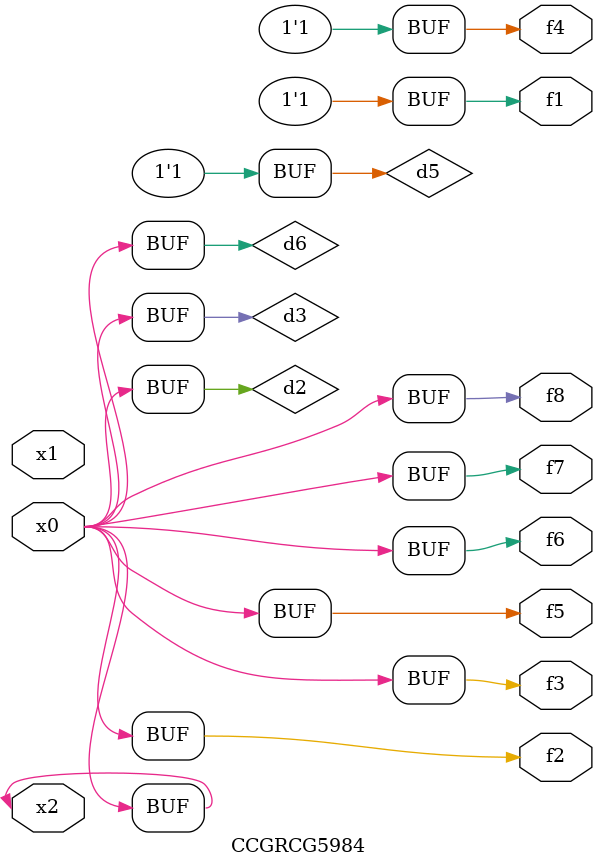
<source format=v>
module CCGRCG5984(
	input x0, x1, x2,
	output f1, f2, f3, f4, f5, f6, f7, f8
);

	wire d1, d2, d3, d4, d5, d6;

	xnor (d1, x2);
	buf (d2, x0, x2);
	and (d3, x0);
	xnor (d4, x1, x2);
	nand (d5, d1, d3);
	buf (d6, d2, d3);
	assign f1 = d5;
	assign f2 = d6;
	assign f3 = d6;
	assign f4 = d5;
	assign f5 = d6;
	assign f6 = d6;
	assign f7 = d6;
	assign f8 = d6;
endmodule

</source>
